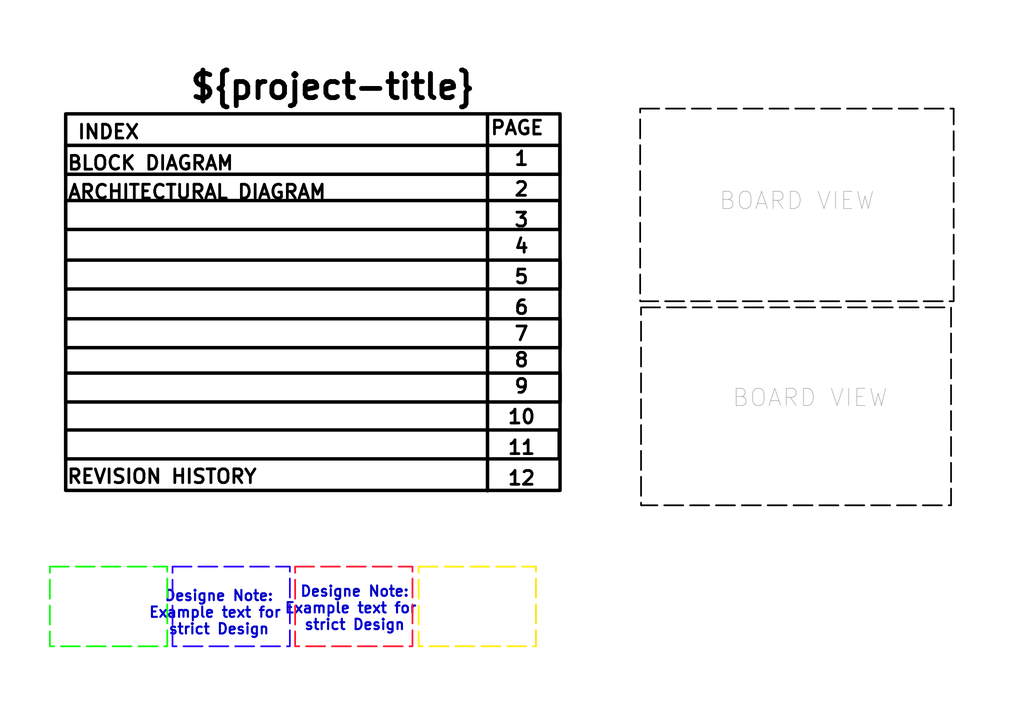
<source format=kicad_sch>
(kicad_sch
	(version 20231120)
	(generator "eeschema")
	(generator_version "8.0")
	(uuid "f63d63b2-e69f-46c4-b94e-3bec0fc6fb0e")
	(paper "A4")
	(lib_symbols)
	(polyline
		(pts
			(xy 141.3952 33.1237) (xy 141.3952 142.3437)
		)
		(stroke
			(width 1)
			(type default)
			(color 0 0 0 1)
		)
		(uuid "0035ef21-60b7-4fac-a5c7-98508916f37b")
	)
	(rectangle
		(start 14.478 164.338)
		(end 48.514 187.452)
		(stroke
			(width 0.5)
			(type dash)
			(color 4 255 0 1)
		)
		(fill
			(type none)
		)
		(uuid 170f9bb9-0b8f-4059-8510-03fa0ae8db4c)
	)
	(rectangle
		(start 19.05 92.456)
		(end 162.4372 100.838)
		(stroke
			(width 1)
			(type default)
			(color 0 0 0 1)
		)
		(fill
			(type none)
		)
		(uuid 177ab430-e9be-4a93-abe9-6ed45df4c276)
	)
	(rectangle
		(start 185.674 31.496)
		(end 276.606 87.376)
		(stroke
			(width 0.5)
			(type dash)
			(color 0 0 0 1)
		)
		(fill
			(type none)
		)
		(uuid 40814d69-a562-4d92-bd53-6814bb581f80)
	)
	(rectangle
		(start 19.05 124.714)
		(end 162.1832 133.096)
		(stroke
			(width 1)
			(type default)
			(color 0 0 0 1)
		)
		(fill
			(type none)
		)
		(uuid 48535796-54a8-4158-9647-a2ee5c9aa560)
	)
	(rectangle
		(start 19.05 108.204)
		(end 162.4372 116.586)
		(stroke
			(width 1)
			(type default)
			(color 0 0 0 1)
		)
		(fill
			(type none)
		)
		(uuid 5f3e0f39-8f57-41c3-b68e-d9b06d1dfaab)
	)
	(rectangle
		(start 19.05 42.164)
		(end 162.3705 50.546)
		(stroke
			(width 1)
			(type default)
			(color 0 0 0 1)
		)
		(fill
			(type none)
		)
		(uuid 65865685-1936-4353-945a-193d09125cd8)
	)
	(rectangle
		(start 19.05 75.438)
		(end 162.4372 83.82)
		(stroke
			(width 1)
			(type default)
			(color 0 0 0 1)
		)
		(fill
			(type none)
		)
		(uuid 6bbecb74-a457-471f-892e-adf05c7c1f35)
	)
	(rectangle
		(start 85.598 164.338)
		(end 119.634 187.452)
		(stroke
			(width 0.5)
			(type dash)
			(color 255 16 41 1)
		)
		(fill
			(type none)
		)
		(uuid 89aac73e-10e2-4881-a279-948731772d75)
	)
	(rectangle
		(start 19.05 58.166)
		(end 162.3689 66.548)
		(stroke
			(width 1)
			(type default)
			(color 0 0 0 1)
		)
		(fill
			(type none)
		)
		(uuid 9130ab9a-1764-46d6-88c4-48fdf64222c5)
	)
	(rectangle
		(start 185.928 89.154)
		(end 275.844 146.558)
		(stroke
			(width 0.5)
			(type dash)
			(color 0 0 0 1)
		)
		(fill
			(type none)
		)
		(uuid a027b17f-ed55-4ba6-9086-b331f4a85d7c)
	)
	(rectangle
		(start 121.412 164.338)
		(end 155.448 187.452)
		(stroke
			(width 0.5)
			(type dash)
			(color 255 226 0 1)
		)
		(fill
			(type none)
		)
		(uuid a3e095c8-e571-4cfc-868c-f1cd380551b4)
	)
	(rectangle
		(start 50.038 164.338)
		(end 84.074 187.452)
		(stroke
			(width 0.5)
			(type dash)
			(color 34 0 255 1)
		)
		(fill
			(type none)
		)
		(uuid c8c4de6f-fd56-4dfa-b4c7-6abe4750fddf)
	)
	(rectangle
		(start 19.05 33.02)
		(end 162.4372 142.24)
		(stroke
			(width 1)
			(type default)
			(color 0 0 0 1)
		)
		(fill
			(type none)
		)
		(uuid d8f883b8-4905-4d27-aec1-3f3584d04320)
	)
	(text "BLOCK DIAGRAM"
		(exclude_from_sim no)
		(at 43.6469 47.5091 0)
		(effects
			(font
				(size 4 4)
				(thickness 0.8)
				(bold yes)
				(color 0 0 0 1)
			)
		)
		(uuid "013c3cae-7045-4739-8219-7f21f1eec1c6")
	)
	(text "3"
		(exclude_from_sim no)
		(at 151.2612 63.9736 0)
		(effects
			(font
				(size 4 4)
				(thickness 0.8)
				(bold yes)
				(color 0 0 0 1)
			)
		)
		(uuid "064a1b0b-fb67-499b-ab8a-c9e7daf63370")
	)
	(text "INDEX"
		(exclude_from_sim no)
		(at 31.4593 38.4813 0)
		(effects
			(font
				(size 4 4)
				(thickness 0.8)
				(bold yes)
				(color 0 0 0 1)
			)
		)
		(uuid "0e2612ee-0197-4897-9657-902a312f10c7")
	)
	(text "7"
		(exclude_from_sim no)
		(at 151.2612 96.9936 0)
		(effects
			(font
				(size 4 4)
				(thickness 0.8)
				(bold yes)
				(color 0 0 0 1)
			)
		)
		(uuid "1b851ef0-a679-47b5-9175-a3727b83425b")
	)
	(text "6"
		(exclude_from_sim no)
		(at 151.2612 89.3736 0)
		(effects
			(font
				(size 4 4)
				(thickness 0.8)
				(bold yes)
				(color 0 0 0 1)
			)
		)
		(uuid "34905549-75cf-401c-ad08-05ed78f607cb")
	)
	(text "BOARD VIEW"
		(exclude_from_sim no)
		(at 231.14 58.42 0)
		(effects
			(font
				(size 5 5)
				(color 154 154 154 1)
			)
		)
		(uuid "5cfae7fb-cad1-4bbe-b11c-2584cb3a639c")
	)
	(text "8"
		(exclude_from_sim no)
		(at 151.2612 104.6136 0)
		(effects
			(font
				(size 4 4)
				(thickness 0.8)
				(bold yes)
				(color 0 0 0 1)
			)
		)
		(uuid "604db473-d9ae-4daf-bb5a-84fe4d8f5920")
	)
	(text "REVISION HISTORY"
		(exclude_from_sim no)
		(at 46.99 138.43 0)
		(effects
			(font
				(size 4 4)
				(thickness 0.8)
				(bold yes)
				(color 0 0 0 1)
			)
		)
		(uuid "654d4fb1-3d1e-4baf-9d4a-aeb085b51176")
	)
	(text "Designe Note:\nExample text for \nstrict Design"
		(exclude_from_sim no)
		(at 63.5 177.8 0)
		(effects
			(font
				(size 3 3)
				(thickness 0.6)
				(bold yes)
			)
		)
		(uuid "696acb58-ef06-412a-9dc6-0fb40dc46c2c")
	)
	(text "9"
		(exclude_from_sim no)
		(at 151.2612 112.2336 0)
		(effects
			(font
				(size 4 4)
				(thickness 0.8)
				(bold yes)
				(color 0 0 0 1)
			)
		)
		(uuid "6fcc6cdc-1ee4-4721-8dd7-fddb1bacec2f")
	)
	(text "2"
		(exclude_from_sim no)
		(at 151.2612 55.0836 0)
		(effects
			(font
				(size 4 4)
				(thickness 0.8)
				(bold yes)
				(color 0 0 0 1)
			)
		)
		(uuid "7f8db142-4110-44b7-af89-68f2a26e0e49")
	)
	(text "1"
		(exclude_from_sim no)
		(at 151.2612 46.1936 0)
		(effects
			(font
				(size 4 4)
				(thickness 0.8)
				(bold yes)
				(color 0 0 0 1)
			)
		)
		(uuid "86f12078-b4f8-416c-8c19-a0234289e01f")
	)
	(text "Designe Note:\nExample text for \nstrict Design"
		(exclude_from_sim no)
		(at 102.87 176.53 0)
		(effects
			(font
				(size 3 3)
				(thickness 0.6)
				(bold yes)
			)
		)
		(uuid "913c8978-517e-4a8a-8a58-e83774283add")
	)
	(text "${project-title}"
		(exclude_from_sim no)
		(at 96.52 25.4 0)
		(effects
			(font
				(size 7 7)
				(thickness 1.4)
				(bold yes)
				(color 0 0 0 1)
			)
		)
		(uuid "9cfa69fe-001b-40d9-a9d1-5473a613fc06")
	)
	(text "4"
		(exclude_from_sim no)
		(at 151.2612 71.5936 0)
		(effects
			(font
				(size 4 4)
				(thickness 0.8)
				(bold yes)
				(color 0 0 0 1)
			)
		)
		(uuid "aa87d580-2924-4f79-b864-64893ad6212a")
	)
	(text "10"
		(exclude_from_sim no)
		(at 151.2612 121.1236 0)
		(effects
			(font
				(size 4 4)
				(thickness 0.8)
				(bold yes)
				(color 0 0 0 1)
			)
		)
		(uuid "b0acc6f5-d212-4091-8202-56122852411f")
	)
	(text "11"
		(exclude_from_sim no)
		(at 151.2612 130.0136 0)
		(effects
			(font
				(size 4 4)
				(thickness 0.8)
				(bold yes)
				(color 0 0 0 1)
			)
		)
		(uuid "b6fb7fec-4d5f-43c6-a5b8-4476395bf6c7")
	)
	(text "ARCHITECTURAL DIAGRAM"
		(exclude_from_sim no)
		(at 57.15 55.88 0)
		(effects
			(font
				(size 4 4)
				(thickness 0.8)
				(bold yes)
				(color 0 0 0 1)
			)
		)
		(uuid "c8387848-a4d2-482c-b807-804e007fe746")
	)
	(text "BOARD VIEW"
		(exclude_from_sim no)
		(at 234.95 115.57 0)
		(effects
			(font
				(size 5 5)
				(color 154 154 154 1)
			)
		)
		(uuid "c85a629f-884c-4e3a-b72e-6615ca572a4f")
	)
	(text "PAGE"
		(exclude_from_sim no)
		(at 149.9912 37.3036 0)
		(effects
			(font
				(size 4 4)
				(thickness 0.8)
				(bold yes)
				(color 0 0 0 1)
			)
		)
		(uuid "ce7a415f-47fb-4341-8b66-4098e98cfcff")
	)
	(text "12"
		(exclude_from_sim no)
		(at 151.2612 138.9036 0)
		(effects
			(font
				(size 4 4)
				(thickness 0.8)
				(bold yes)
				(color 0 0 0 1)
			)
		)
		(uuid "e9260df5-35eb-42ba-8630-40cc56cd8b72")
	)
	(text "5"
		(exclude_from_sim no)
		(at 151.2612 80.4836 0)
		(effects
			(font
				(size 4 4)
				(thickness 0.8)
				(bold yes)
				(color 0 0 0 1)
			)
		)
		(uuid "eb998048-1594-4499-8217-79729dbf8bc6")
	)
	(sheet
		(at 233.68 215.392)
		(size 46.482 3.81)
		(fields_autoplaced yes)
		(stroke
			(width 0.1524)
			(type solid)
		)
		(fill
			(color 0 0 0 0.0000)
		)
		(uuid "5c5860f8-990b-418e-99a4-b1940d10b378")
		(property "Sheetname" "Block-diagram"
			(at 233.68 214.6804 0)
			(effects
				(font
					(size 1.27 1.27)
				)
				(justify left bottom)
			)
		)
		(property "Sheetfile" "Block-diagram.kicad_sch"
			(at 233.68 219.7866 0)
			(effects
				(font
					(size 1.27 1.27)
				)
				(justify left top)
			)
		)
		(instances
			(project "HGO-Template"
				(path "/f63d63b2-e69f-46c4-b94e-3bec0fc6fb0e"
					(page "2")
				)
			)
		)
	)
	(sheet
		(at 233.934 225.552)
		(size 46.736 3.81)
		(fields_autoplaced yes)
		(stroke
			(width 0.1524)
			(type solid)
		)
		(fill
			(color 0 0 0 0.0000)
		)
		(uuid "e13c2afd-f536-4aef-86db-09802b851d1f")
		(property "Sheetname" "Architecture-diagram"
			(at 233.934 224.8404 0)
			(effects
				(font
					(size 1.27 1.27)
				)
				(justify left bottom)
			)
		)
		(property "Sheetfile" "Architecture-dia.kicad_sch"
			(at 233.934 229.9466 0)
			(effects
				(font
					(size 1.27 1.27)
				)
				(justify left top)
			)
		)
		(instances
			(project "HGO-Template"
				(path "/f63d63b2-e69f-46c4-b94e-3bec0fc6fb0e"
					(page "3")
				)
			)
		)
	)
	(sheet_instances
		(path "/"
			(page "1")
		)
	)
)

</source>
